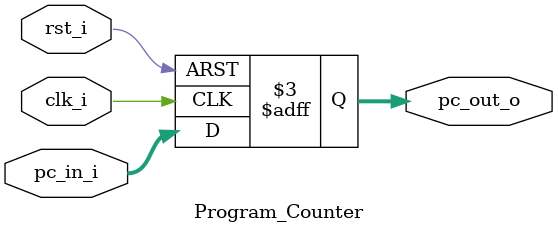
<source format=v>
module Program_Counter(
    clk_i,
	rst_i,
	pc_in_i,
	pc_out_o
);
     
//I/O ports
input           clk_i;
input	        rst_i;
input  [64-1:0] pc_in_i;
output [64-1:0] pc_out_o;
 
//Internal Signals
reg    [64-1:0] pc_out_o;
 
//Parameter

    
//Main function
always @(posedge clk_i or negedge rst_i) begin
    if(~rst_i)
	    pc_out_o <= 0;
	else
	    pc_out_o <= pc_in_i;
end

endmodule
</source>
